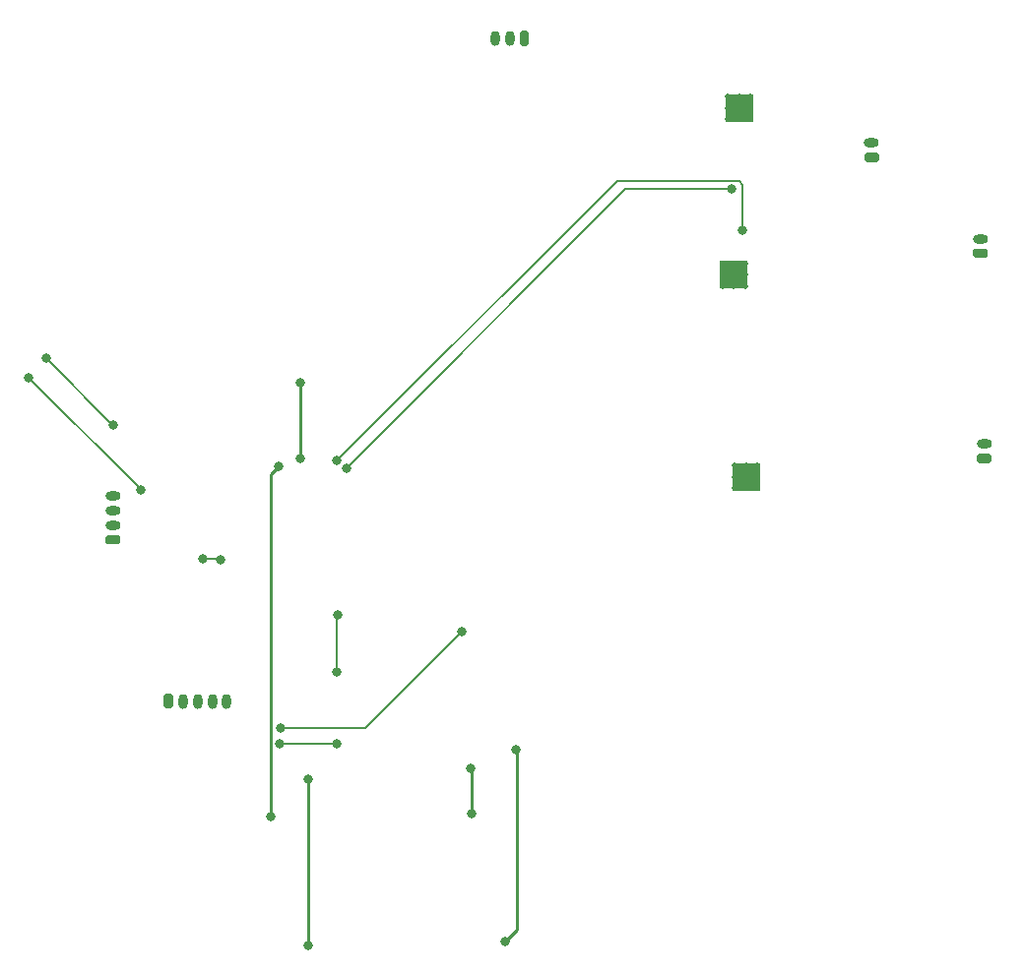
<source format=gbr>
%TF.GenerationSoftware,KiCad,Pcbnew,(5.1.10)-1*%
%TF.CreationDate,2021-07-23T15:11:28+09:00*%
%TF.ProjectId,ZeroGravity,5a65726f-4772-4617-9669-74792e6b6963,rev?*%
%TF.SameCoordinates,Original*%
%TF.FileFunction,Copper,L2,Bot*%
%TF.FilePolarity,Positive*%
%FSLAX46Y46*%
G04 Gerber Fmt 4.6, Leading zero omitted, Abs format (unit mm)*
G04 Created by KiCad (PCBNEW (5.1.10)-1) date 2021-07-23 15:11:28*
%MOMM*%
%LPD*%
G01*
G04 APERTURE LIST*
%TA.AperFunction,ComponentPad*%
%ADD10O,1.300000X0.800000*%
%TD*%
%TA.AperFunction,ComponentPad*%
%ADD11O,0.800000X1.300000*%
%TD*%
%TA.AperFunction,ComponentPad*%
%ADD12C,0.500000*%
%TD*%
%TA.AperFunction,SMDPad,CuDef*%
%ADD13R,2.450000X2.450000*%
%TD*%
%TA.AperFunction,ViaPad*%
%ADD14C,0.800000*%
%TD*%
%TA.AperFunction,Conductor*%
%ADD15C,0.200000*%
%TD*%
%TA.AperFunction,Conductor*%
%ADD16C,0.250000*%
%TD*%
G04 APERTURE END LIST*
%TO.P,J4,1*%
%TO.N,+3V3*%
%TA.AperFunction,ComponentPad*%
G36*
G01*
X103200000Y-103700000D02*
X102300000Y-103700000D01*
G75*
G02*
X102100000Y-103500000I0J200000D01*
G01*
X102100000Y-103100000D01*
G75*
G02*
X102300000Y-102900000I200000J0D01*
G01*
X103200000Y-102900000D01*
G75*
G02*
X103400000Y-103100000I0J-200000D01*
G01*
X103400000Y-103500000D01*
G75*
G02*
X103200000Y-103700000I-200000J0D01*
G01*
G37*
%TD.AperFunction*%
D10*
%TO.P,J4,2*%
%TO.N,UART1_D_TX*%
X102750000Y-102050000D03*
%TO.P,J4,3*%
%TO.N,UART1_D_RX*%
X102750000Y-100800000D03*
%TO.P,J4,4*%
%TO.N,GND*%
X102750000Y-99550000D03*
%TD*%
%TO.P,J5,1*%
%TO.N,+3V3*%
%TA.AperFunction,ComponentPad*%
G36*
G01*
X107150000Y-117650000D02*
X107150000Y-116750000D01*
G75*
G02*
X107350000Y-116550000I200000J0D01*
G01*
X107750000Y-116550000D01*
G75*
G02*
X107950000Y-116750000I0J-200000D01*
G01*
X107950000Y-117650000D01*
G75*
G02*
X107750000Y-117850000I-200000J0D01*
G01*
X107350000Y-117850000D01*
G75*
G02*
X107150000Y-117650000I0J200000D01*
G01*
G37*
%TD.AperFunction*%
D11*
%TO.P,J5,2*%
X108800000Y-117200000D03*
%TO.P,J5,3*%
%TO.N,NRST*%
X110050000Y-117200000D03*
%TO.P,J5,4*%
%TO.N,DBG_SWDIO*%
X111300000Y-117200000D03*
%TO.P,J5,5*%
%TO.N,DBG_SWCLK*%
X112550000Y-117200000D03*
%TD*%
%TO.P,J6,1*%
%TO.N,+24V*%
%TA.AperFunction,ComponentPad*%
G36*
G01*
X138550000Y-59700000D02*
X138550000Y-60600000D01*
G75*
G02*
X138350000Y-60800000I-200000J0D01*
G01*
X137950000Y-60800000D01*
G75*
G02*
X137750000Y-60600000I0J200000D01*
G01*
X137750000Y-59700000D01*
G75*
G02*
X137950000Y-59500000I200000J0D01*
G01*
X138350000Y-59500000D01*
G75*
G02*
X138550000Y-59700000I0J-200000D01*
G01*
G37*
%TD.AperFunction*%
%TO.P,J6,2*%
%TO.N,GND*%
X136900000Y-60150000D03*
%TO.P,J6,3*%
X135650000Y-60150000D03*
%TD*%
D10*
%TO.P,J2,2*%
%TO.N,Motor2_OUT2*%
X177350000Y-77400000D03*
%TO.P,J2,1*%
%TO.N,Motor2_OUT1*%
%TA.AperFunction,ComponentPad*%
G36*
G01*
X177800000Y-79050000D02*
X176900000Y-79050000D01*
G75*
G02*
X176700000Y-78850000I0J200000D01*
G01*
X176700000Y-78450000D01*
G75*
G02*
X176900000Y-78250000I200000J0D01*
G01*
X177800000Y-78250000D01*
G75*
G02*
X178000000Y-78450000I0J-200000D01*
G01*
X178000000Y-78850000D01*
G75*
G02*
X177800000Y-79050000I-200000J0D01*
G01*
G37*
%TD.AperFunction*%
%TD*%
%TO.P,J3,1*%
%TO.N,Motor3_OUT1*%
%TA.AperFunction,ComponentPad*%
G36*
G01*
X178150000Y-96700000D02*
X177250000Y-96700000D01*
G75*
G02*
X177050000Y-96500000I0J200000D01*
G01*
X177050000Y-96100000D01*
G75*
G02*
X177250000Y-95900000I200000J0D01*
G01*
X178150000Y-95900000D01*
G75*
G02*
X178350000Y-96100000I0J-200000D01*
G01*
X178350000Y-96500000D01*
G75*
G02*
X178150000Y-96700000I-200000J0D01*
G01*
G37*
%TD.AperFunction*%
%TO.P,J3,2*%
%TO.N,Motor3_OUT2*%
X177700000Y-95050000D03*
%TD*%
%TO.P,J1,1*%
%TO.N,Motor1_OUT1*%
%TA.AperFunction,ComponentPad*%
G36*
G01*
X168450000Y-70800000D02*
X167550000Y-70800000D01*
G75*
G02*
X167350000Y-70600000I0J200000D01*
G01*
X167350000Y-70200000D01*
G75*
G02*
X167550000Y-70000000I200000J0D01*
G01*
X168450000Y-70000000D01*
G75*
G02*
X168650000Y-70200000I0J-200000D01*
G01*
X168650000Y-70600000D01*
G75*
G02*
X168450000Y-70800000I-200000J0D01*
G01*
G37*
%TD.AperFunction*%
%TO.P,J1,2*%
%TO.N,Motor1_OUT2*%
X168000000Y-69150000D03*
%TD*%
D12*
%TO.P,U3,25*%
%TO.N,N/C*%
X155175000Y-79525000D03*
X156150000Y-79525000D03*
X157125000Y-79525000D03*
X155175000Y-80500000D03*
X156150000Y-80500000D03*
X157125000Y-80500000D03*
X155175000Y-81475000D03*
X156150000Y-81475000D03*
X157125000Y-81475000D03*
D13*
X156150000Y-80500000D03*
%TD*%
D12*
%TO.P,U2,25*%
%TO.N,N/C*%
X155625000Y-65175000D03*
X156600000Y-65175000D03*
X157575000Y-65175000D03*
X155625000Y-66150000D03*
X156600000Y-66150000D03*
X157575000Y-66150000D03*
X155625000Y-67125000D03*
X156600000Y-67125000D03*
X157575000Y-67125000D03*
D13*
X156600000Y-66150000D03*
%TD*%
%TO.P,U4,25*%
%TO.N,N/C*%
X157200000Y-97900000D03*
D12*
X158175000Y-98875000D03*
X157200000Y-98875000D03*
X156225000Y-98875000D03*
X158175000Y-97900000D03*
X157200000Y-97900000D03*
X156225000Y-97900000D03*
X158175000Y-96925000D03*
X157200000Y-96925000D03*
X156225000Y-96925000D03*
%TD*%
D14*
%TO.N,+3V3*%
X110500000Y-104950000D03*
X112050000Y-105000000D03*
%TO.N,GND*%
X117100000Y-120900000D03*
X122050000Y-120850000D03*
X122000000Y-114700000D03*
X122100000Y-109800000D03*
%TO.N,NRST*%
X132750000Y-111250000D03*
X117225000Y-119500000D03*
%TO.N,SW1_REVERSE*%
X118900000Y-89800000D03*
X118900000Y-96350000D03*
%TO.N,SW2_FORWARD*%
X116300000Y-127150000D03*
X117000000Y-96950000D03*
%TO.N,SW2_REVERSE*%
X119550000Y-138200000D03*
X119550000Y-123900000D03*
%TO.N,SW3_FORWARD*%
X133600000Y-126850000D03*
X133550000Y-122950000D03*
%TO.N,SW3_REVERSE*%
X136450000Y-137900000D03*
X137450000Y-121400000D03*
%TO.N,Motor1_CW*%
X97000000Y-87700000D03*
X102750000Y-93400000D03*
%TO.N,Motor1_CCW*%
X95550000Y-89350000D03*
X105150000Y-99050000D03*
%TO.N,Motor2_CW*%
X122050000Y-96500000D03*
X156900000Y-76700000D03*
%TO.N,Motor2_CCW*%
X122850000Y-97150000D03*
X156000000Y-73150000D03*
%TD*%
D15*
%TO.N,+3V3*%
X112000000Y-104950000D02*
X112050000Y-105000000D01*
X110500000Y-104950000D02*
X112000000Y-104950000D01*
%TO.N,GND*%
X122000000Y-120900000D02*
X122050000Y-120850000D01*
X117100000Y-120900000D02*
X122000000Y-120900000D01*
X122000000Y-114700000D02*
X122000000Y-109950000D01*
X122000000Y-109900000D02*
X122100000Y-109800000D01*
X122000000Y-109950000D02*
X122000000Y-109900000D01*
%TO.N,NRST*%
X124500000Y-119500000D02*
X117225000Y-119500000D01*
X132750000Y-111250000D02*
X124500000Y-119500000D01*
D16*
%TO.N,SW1_REVERSE*%
X118900000Y-89800000D02*
X118900000Y-96350000D01*
%TO.N,SW2_FORWARD*%
X116300000Y-97650000D02*
X117000000Y-96950000D01*
X116300000Y-127150000D02*
X116300000Y-97650000D01*
%TO.N,SW2_REVERSE*%
X119550000Y-138200000D02*
X119550000Y-123900000D01*
%TO.N,SW3_FORWARD*%
X133600000Y-123000000D02*
X133550000Y-122950000D01*
X133600000Y-126850000D02*
X133600000Y-123000000D01*
%TO.N,SW3_REVERSE*%
X136450000Y-137900000D02*
X137500000Y-136850000D01*
X137500000Y-121450000D02*
X137450000Y-121400000D01*
X137500000Y-136850000D02*
X137500000Y-121450000D01*
D15*
%TO.N,Motor1_CW*%
X102700000Y-93400000D02*
X102750000Y-93400000D01*
X97000000Y-87700000D02*
X102700000Y-93400000D01*
%TO.N,Motor1_CCW*%
X95550000Y-89350000D02*
X105150000Y-98950000D01*
X105150000Y-98950000D02*
X105150000Y-99050000D01*
%TO.N,Motor2_CW*%
X122050000Y-96500000D02*
X146100000Y-72450000D01*
X146100000Y-72450000D02*
X156600000Y-72450000D01*
X156900000Y-72750000D02*
X156900000Y-76700000D01*
X156600000Y-72450000D02*
X156900000Y-72750000D01*
%TO.N,Motor2_CCW*%
X146850000Y-73150000D02*
X156000000Y-73150000D01*
X122850000Y-97150000D02*
X146850000Y-73150000D01*
%TD*%
M02*

</source>
